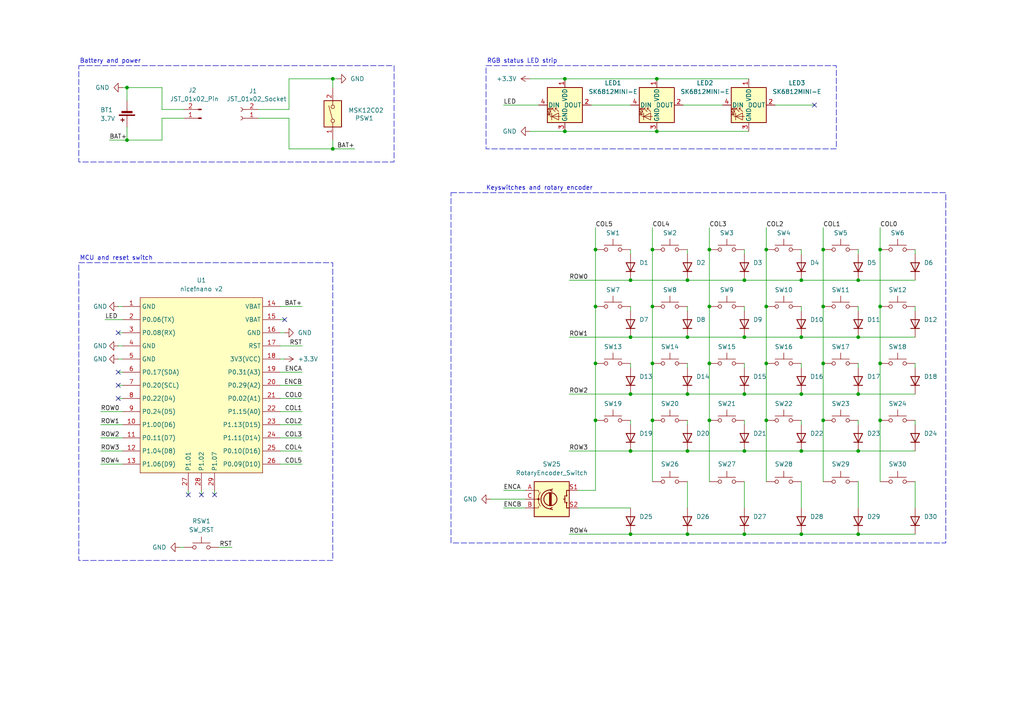
<source format=kicad_sch>
(kicad_sch (version 20250114) (generator "eeschema") (generator_version "9.0")
  (paper "A4")
  (title_block (title "NeoSofle") (date "2025-08-31") (rev "0.2"))
  (rectangle (start 22.86 19.05) (end 114.3 46.99) (stroke (width 0) (type dash) (color 0 0 194 1)))
  (rectangle (start 140.97 19.05) (end 242.57 43.18) (stroke (width 0) (type dash) (color 0 0 194 1)))
  (rectangle (start 130.81 55.88) (end 274.32 157.48) (stroke (width 0) (type dash) (color 0 0 194 1)))
  (rectangle (start 22.86 76.2) (end 96.52 162.56) (stroke (width 0) (type dash) (color 0 0 194 1)))
  (text "RGB status LED strip" (at 141.224 17.78 0) (effects (font (size 1.27 1.27)) (justify left)))
  (text "MCU and reset switch" (at 23.114 74.93 0) (effects (font (size 1.27 1.27)) (justify left)))
  (text "Keyswitches and rotary encoder" (at 140.97 54.61 0) (effects (font (size 1.27 1.27)) (justify left)))
  (text "Battery and power" (at 23.114 17.78 0) (effects (font (size 1.27 1.27)) (justify left)))
  (junction (at 36.83 25.4))
  (junction (at 238.76 72.39))
  (junction (at 255.27 72.39))
  (junction (at 182.88 81.28))
  (junction (at 189.23 121.92))
  (junction (at 182.88 97.79))
  (junction (at 172.72 121.92))
  (junction (at 163.83 38.1))
  (junction (at 199.39 97.79))
  (junction (at 205.74 105.41))
  (junction (at 238.76 105.41))
  (junction (at 172.72 88.9))
  (junction (at 189.23 72.39))
  (junction (at 232.41 81.28))
  (junction (at 215.9 81.28))
  (junction (at 222.25 121.92))
  (junction (at 182.88 154.94))
  (junction (at 96.52 43.18))
  (junction (at 172.72 105.41))
  (junction (at 205.74 121.92))
  (junction (at 199.39 154.94))
  (junction (at 255.27 88.9))
  (junction (at 232.41 130.81))
  (junction (at 199.39 81.28))
  (junction (at 255.27 121.92))
  (junction (at 215.9 130.81))
  (junction (at 182.88 130.81))
  (junction (at 189.23 88.9))
  (junction (at 172.72 72.39))
  (junction (at 96.52 22.86))
  (junction (at 248.92 97.79))
  (junction (at 189.23 105.41))
  (junction (at 215.9 97.79))
  (junction (at 248.92 154.94))
  (junction (at 215.9 154.94))
  (junction (at 248.92 130.81))
  (junction (at 222.25 105.41))
  (junction (at 232.41 154.94))
  (junction (at 255.27 105.41))
  (junction (at 215.9 114.3))
  (junction (at 232.41 97.79))
  (junction (at 190.5 38.1))
  (junction (at 205.74 72.39))
  (junction (at 199.39 114.3))
  (junction (at 190.5 22.86))
  (junction (at 163.83 22.86))
  (junction (at 238.76 88.9))
  (junction (at 199.39 130.81))
  (junction (at 232.41 114.3))
  (junction (at 36.83 40.64))
  (junction (at 182.88 114.3))
  (junction (at 222.25 88.9))
  (junction (at 222.25 72.39))
  (junction (at 248.92 81.28))
  (junction (at 238.76 121.92))
  (junction (at 205.74 88.9))
  (junction (at 248.92 114.3))
  (no_connect (at 62.23 143.51))
  (no_connect (at 54.61 143.51))
  (no_connect (at 34.29 115.57))
  (no_connect (at 236.22 30.48))
  (no_connect (at 82.55 92.71))
  (no_connect (at 58.42 143.51))
  (no_connect (at 34.29 96.52))
  (no_connect (at 34.29 107.95))
  (no_connect (at 34.29 111.76))
  (wire (pts (xy 142.24 144.78) (xy 152.4 144.78)))
  (wire (pts (xy 199.39 139.7) (xy 199.39 147.32)))
  (wire (pts (xy 146.05 147.32) (xy 152.4 147.32)))
  (wire (pts (xy 165.1 154.94) (xy 182.88 154.94)))
  (wire (pts (xy 189.23 105.41) (xy 189.23 121.92)))
  (wire (pts (xy 232.41 97.79) (xy 248.92 97.79)))
  (wire (pts (xy 222.25 88.9) (xy 222.25 105.41)))
  (wire (pts (xy 36.83 36.83) (xy 36.83 40.64)))
  (wire (pts (xy 182.88 130.81) (xy 199.39 130.81)))
  (wire (pts (xy 232.41 105.41) (xy 232.41 106.68)))
  (wire (pts (xy 58.42 142.24) (xy 58.42 143.51)))
  (wire (pts (xy 81.28 107.95) (xy 87.63 107.95)))
  (wire (pts (xy 205.74 66.04) (xy 205.74 72.39)))
  (wire (pts (xy 34.29 115.57) (xy 35.56 115.57)))
  (wire (pts (xy 215.9 130.81) (xy 232.41 130.81)))
  (wire (pts (xy 29.21 119.38) (xy 35.56 119.38)))
  (wire (pts (xy 81.28 115.57) (xy 87.63 115.57)))
  (wire (pts (xy 96.52 22.86) (xy 96.52 25.4)))
  (wire (pts (xy 62.23 142.24) (xy 62.23 143.51)))
  (wire (pts (xy 63.5 158.75) (xy 67.31 158.75)))
  (wire (pts (xy 215.9 114.3) (xy 232.41 114.3)))
  (wire (pts (xy 224.79 30.48) (xy 236.22 30.48)))
  (wire (pts (xy 248.92 105.41) (xy 248.92 106.68)))
  (wire (pts (xy 83.82 22.86) (xy 96.52 22.86)))
  (wire (pts (xy 81.28 111.76) (xy 87.63 111.76)))
  (wire (pts (xy 199.39 72.39) (xy 199.39 73.66)))
  (wire (pts (xy 232.41 81.28) (xy 248.92 81.28)))
  (wire (pts (xy 31.75 40.64) (xy 36.83 40.64)))
  (wire (pts (xy 165.1 114.3) (xy 182.88 114.3)))
  (wire (pts (xy 215.9 139.7) (xy 215.9 147.32)))
  (wire (pts (xy 190.5 38.1) (xy 217.17 38.1)))
  (wire (pts (xy 153.67 22.86) (xy 163.83 22.86)))
  (wire (pts (xy 182.88 72.39) (xy 182.88 73.66)))
  (wire (pts (xy 172.72 121.92) (xy 172.72 142.24)))
  (wire (pts (xy 248.92 72.39) (xy 248.92 73.66)))
  (wire (pts (xy 182.88 105.41) (xy 182.88 106.68)))
  (wire (pts (xy 83.82 34.29) (xy 83.82 43.18)))
  (wire (pts (xy 248.92 139.7) (xy 248.92 147.32)))
  (wire (pts (xy 198.12 30.48) (xy 209.55 30.48)))
  (wire (pts (xy 232.41 130.81) (xy 248.92 130.81)))
  (wire (pts (xy 238.76 88.9) (xy 238.76 105.41)))
  (wire (pts (xy 182.88 97.79) (xy 199.39 97.79)))
  (wire (pts (xy 167.64 147.32) (xy 182.88 147.32)))
  (wire (pts (xy 248.92 114.3) (xy 265.43 114.3)))
  (wire (pts (xy 199.39 121.92) (xy 199.39 123.19)))
  (wire (pts (xy 53.34 31.75) (xy 46.99 31.75)))
  (wire (pts (xy 255.27 66.04) (xy 255.27 72.39)))
  (wire (pts (xy 238.76 66.04) (xy 238.76 72.39)))
  (wire (pts (xy 172.72 72.39) (xy 172.72 88.9)))
  (wire (pts (xy 232.41 121.92) (xy 232.41 123.19)))
  (wire (pts (xy 36.83 25.4) (xy 36.83 29.21)))
  (wire (pts (xy 222.25 72.39) (xy 222.25 88.9)))
  (wire (pts (xy 189.23 66.04) (xy 189.23 72.39)))
  (wire (pts (xy 30.48 92.71) (xy 35.56 92.71)))
  (wire (pts (xy 153.67 38.1) (xy 163.83 38.1)))
  (wire (pts (xy 81.28 96.52) (xy 82.55 96.52)))
  (wire (pts (xy 172.72 66.04) (xy 172.72 72.39)))
  (wire (pts (xy 81.28 123.19) (xy 87.63 123.19)))
  (wire (pts (xy 81.28 130.81) (xy 87.63 130.81)))
  (wire (pts (xy 46.99 31.75) (xy 46.99 25.4)))
  (wire (pts (xy 29.21 127) (xy 35.56 127)))
  (wire (pts (xy 222.25 66.04) (xy 222.25 72.39)))
  (wire (pts (xy 146.05 30.48) (xy 156.21 30.48)))
  (wire (pts (xy 199.39 105.41) (xy 199.39 106.68)))
  (wire (pts (xy 54.61 142.24) (xy 54.61 143.51)))
  (wire (pts (xy 215.9 81.28) (xy 232.41 81.28)))
  (wire (pts (xy 97.79 22.86) (xy 96.52 22.86)))
  (wire (pts (xy 46.99 34.29) (xy 46.99 40.64)))
  (wire (pts (xy 205.74 105.41) (xy 205.74 121.92)))
  (wire (pts (xy 189.23 72.39) (xy 189.23 88.9)))
  (wire (pts (xy 265.43 139.7) (xy 265.43 147.32)))
  (wire (pts (xy 232.41 114.3) (xy 248.92 114.3)))
  (wire (pts (xy 182.88 88.9) (xy 182.88 90.17)))
  (wire (pts (xy 182.88 114.3) (xy 199.39 114.3)))
  (wire (pts (xy 81.28 88.9) (xy 87.63 88.9)))
  (wire (pts (xy 232.41 72.39) (xy 232.41 73.66)))
  (wire (pts (xy 182.88 154.94) (xy 199.39 154.94)))
  (wire (pts (xy 146.05 142.24) (xy 152.4 142.24)))
  (wire (pts (xy 29.21 130.81) (xy 35.56 130.81)))
  (wire (pts (xy 29.21 123.19) (xy 35.56 123.19)))
  (wire (pts (xy 102.87 43.18) (xy 96.52 43.18)))
  (wire (pts (xy 265.43 121.92) (xy 265.43 123.19)))
  (wire (pts (xy 74.93 34.29) (xy 83.82 34.29)))
  (wire (pts (xy 36.83 25.4) (xy 46.99 25.4)))
  (wire (pts (xy 248.92 121.92) (xy 248.92 123.19)))
  (wire (pts (xy 189.23 121.92) (xy 189.23 139.7)))
  (wire (pts (xy 96.52 43.18) (xy 96.52 40.64)))
  (wire (pts (xy 222.25 121.92) (xy 222.25 139.7)))
  (wire (pts (xy 163.83 38.1) (xy 190.5 38.1)))
  (wire (pts (xy 165.1 81.28) (xy 182.88 81.28)))
  (wire (pts (xy 172.72 88.9) (xy 172.72 105.41)))
  (wire (pts (xy 34.29 107.95) (xy 35.56 107.95)))
  (wire (pts (xy 215.9 105.41) (xy 215.9 106.68)))
  (wire (pts (xy 81.28 119.38) (xy 87.63 119.38)))
  (wire (pts (xy 52.07 158.75) (xy 53.34 158.75)))
  (wire (pts (xy 29.21 134.62) (xy 35.56 134.62)))
  (wire (pts (xy 215.9 121.92) (xy 215.9 123.19)))
  (wire (pts (xy 232.41 88.9) (xy 232.41 90.17)))
  (wire (pts (xy 34.29 96.52) (xy 35.56 96.52)))
  (wire (pts (xy 248.92 81.28) (xy 265.43 81.28)))
  (wire (pts (xy 199.39 97.79) (xy 215.9 97.79)))
  (wire (pts (xy 255.27 105.41) (xy 255.27 121.92)))
  (wire (pts (xy 165.1 97.79) (xy 182.88 97.79)))
  (wire (pts (xy 172.72 105.41) (xy 172.72 121.92)))
  (wire (pts (xy 248.92 97.79) (xy 265.43 97.79)))
  (wire (pts (xy 215.9 97.79) (xy 232.41 97.79)))
  (wire (pts (xy 34.29 104.14) (xy 35.56 104.14)))
  (wire (pts (xy 248.92 130.81) (xy 265.43 130.81)))
  (wire (pts (xy 81.28 100.33) (xy 87.63 100.33)))
  (wire (pts (xy 163.83 22.86) (xy 190.5 22.86)))
  (wire (pts (xy 190.5 22.86) (xy 217.17 22.86)))
  (wire (pts (xy 199.39 88.9) (xy 199.39 90.17)))
  (wire (pts (xy 215.9 72.39) (xy 215.9 73.66)))
  (wire (pts (xy 238.76 121.92) (xy 238.76 139.7)))
  (wire (pts (xy 199.39 81.28) (xy 215.9 81.28)))
  (wire (pts (xy 81.28 104.14) (xy 82.55 104.14)))
  (wire (pts (xy 238.76 72.39) (xy 238.76 88.9)))
  (wire (pts (xy 232.41 139.7) (xy 232.41 147.32)))
  (wire (pts (xy 215.9 154.94) (xy 232.41 154.94)))
  (wire (pts (xy 238.76 105.41) (xy 238.76 121.92)))
  (wire (pts (xy 199.39 130.81) (xy 215.9 130.81)))
  (wire (pts (xy 182.88 121.92) (xy 182.88 123.19)))
  (wire (pts (xy 232.41 154.94) (xy 248.92 154.94)))
  (wire (pts (xy 255.27 121.92) (xy 255.27 139.7)))
  (wire (pts (xy 36.83 40.64) (xy 46.99 40.64)))
  (wire (pts (xy 34.29 111.76) (xy 35.56 111.76)))
  (wire (pts (xy 172.72 142.24) (xy 167.64 142.24)))
  (wire (pts (xy 199.39 114.3) (xy 215.9 114.3)))
  (wire (pts (xy 265.43 105.41) (xy 265.43 106.68)))
  (wire (pts (xy 83.82 43.18) (xy 96.52 43.18)))
  (wire (pts (xy 255.27 72.39) (xy 255.27 88.9)))
  (wire (pts (xy 81.28 134.62) (xy 87.63 134.62)))
  (wire (pts (xy 81.28 92.71) (xy 82.55 92.71)))
  (wire (pts (xy 34.29 100.33) (xy 35.56 100.33)))
  (wire (pts (xy 222.25 105.41) (xy 222.25 121.92)))
  (wire (pts (xy 171.45 30.48) (xy 182.88 30.48)))
  (wire (pts (xy 248.92 154.94) (xy 265.43 154.94)))
  (wire (pts (xy 248.92 88.9) (xy 248.92 90.17)))
  (wire (pts (xy 34.29 88.9) (xy 35.56 88.9)))
  (wire (pts (xy 265.43 72.39) (xy 265.43 73.66)))
  (wire (pts (xy 83.82 22.86) (xy 83.82 31.75)))
  (wire (pts (xy 189.23 88.9) (xy 189.23 105.41)))
  (wire (pts (xy 53.34 34.29) (xy 46.99 34.29)))
  (wire (pts (xy 265.43 88.9) (xy 265.43 90.17)))
  (wire (pts (xy 83.82 31.75) (xy 74.93 31.75)))
  (wire (pts (xy 255.27 88.9) (xy 255.27 105.41)))
  (wire (pts (xy 215.9 88.9) (xy 215.9 90.17)))
  (wire (pts (xy 182.88 81.28) (xy 199.39 81.28)))
  (wire (pts (xy 199.39 154.94) (xy 215.9 154.94)))
  (wire (pts (xy 205.74 72.39) (xy 205.74 88.9)))
  (wire (pts (xy 81.28 127) (xy 87.63 127)))
  (wire (pts (xy 205.74 88.9) (xy 205.74 105.41)))
  (wire (pts (xy 35.56 25.4) (xy 36.83 25.4)))
  (wire (pts (xy 165.1 130.81) (xy 182.88 130.81)))
  (wire (pts (xy 205.74 121.92) (xy 205.74 139.7)))
  (label "ROW3" (at 29.21 130.81 0))
  (label "ROW1" (at 29.21 123.19 0))
  (label "COL5" (at 172.72 66.04 0))
  (label "ENCA" (at 87.63 107.95 180))
  (label "LED" (at 30.48 92.71 0))
  (label "COL3" (at 87.63 127 180))
  (label "COL4" (at 189.23 66.04 0))
  (label "LED" (at 146.05 30.48 0))
  (label "BAT+" (at 31.75 40.64 0))
  (label "ROW4" (at 29.21 134.62 0))
  (label "ENCB" (at 146.05 147.32 0))
  (label "ROW2" (at 165.1 114.3 0))
  (label "RST" (at 67.31 158.75 180))
  (label "ROW4" (at 165.1 154.94 0))
  (label "BAT+" (at 102.87 43.18 180))
  (label "ENCB" (at 87.63 111.76 180))
  (label "COL0" (at 255.27 66.04 0))
  (label "COL1" (at 238.76 66.04 0))
  (label "ROW2" (at 29.21 127 0))
  (label "COL2" (at 222.25 66.04 0))
  (label "COL0" (at 87.63 115.57 180))
  (label "COL3" (at 205.74 66.04 0))
  (label "ROW1" (at 165.1 97.79 0))
  (label "RST" (at 87.63 100.33 180))
  (label "ENCA" (at 146.05 142.24 0))
  (label "COL5" (at 87.63 134.62 180))
  (label "BAT+" (at 87.63 88.9 180))
  (label "ROW3" (at 165.1 130.81 0))
  (label "COL1" (at 87.63 119.38 180))
  (label "COL4" (at 87.63 130.81 180))
  (label "ROW0" (at 29.21 119.38 0))
  (label "COL2" (at 87.63 123.19 180))
  (label "ROW0" (at 165.1 81.28 0))
  (symbol (lib_id "Switch:SW_Push") (at 58.42 158.75 0) (unit 1)
    (property "Reference" "RSW1" (at 58.42 151.13 0))
    (property "Value" "SW_RST" (at 58.42 153.67 0))
    (property "Footprint" "Custom_Keyboard:SW_PUSH_1P1T_6x3.5mm_H4.3_APEM_MJTP1243_Reversible" (effects (hide yes)))
    (property "Datasheet" "https://www.apem.com/medias/MJTPSERIES17NOV2021.pdf?context=bWFzdGVyfGRvY3VtZW50c3w3ODc4MDIwfGFwcGxpY2F0aW9uL3BkZnxoYzEvaDg4Lzk0MDg1Mjc0NjY1MjYvTUpUUFNFUklFUzE3Tk9WMjAyMS5wZGZ8OTQ3MDc3NjA4NzQxMTg2Y2JiNTE0Y2NjYTQxZWMzNWY5NjA1NGUzZWVjMzYzNmViM2JiZGIwYTM2NDU2OWE1Ng" (effects (hide yes)))
    (property "Description" "Push button switch, generic, two pins" (effects (hide yes)))
  )
  (symbol (lib_id "Diode:1N4148W") (at 182.88 127 90) (unit 1)
    (property "Reference" "D19" (at 185.42 125.7299 90) (effects (justify right)))
    (property "Value" "1N4148W" (effects (hide yes)))
    (property "Footprint" "Custom_Keyboard:D_SOD-123F_HandSolder_Reversible" (effects (hide yes)))
    (property "Datasheet" "https://diotec.com/request/datasheet/1n4148w.pdf" (effects (hide yes)))
    (property "Description" "75V 0.15A Fast Switching Diode, SOD-123" (effects (hide yes)))
    (property "Sim.Device" "D" (effects (hide yes)))
    (property "Sim.Pins" "1=K 2=A" (effects (hide yes)))
  )
  (symbol (lib_id "Diode:1N4148W") (at 232.41 93.98 90) (unit 1)
    (property "Reference" "D10" (at 234.95 92.7099 90) (effects (justify right)))
    (property "Value" "1N4148W" (effects (hide yes)))
    (property "Footprint" "Custom_Keyboard:D_SOD-123F_HandSolder_Reversible" (effects (hide yes)))
    (property "Datasheet" "https://diotec.com/request/datasheet/1n4148w.pdf" (effects (hide yes)))
    (property "Description" "75V 0.15A Fast Switching Diode, SOD-123" (effects (hide yes)))
    (property "Sim.Device" "D" (effects (hide yes)))
    (property "Sim.Pins" "1=K 2=A" (effects (hide yes)))
  )
  (symbol (lib_id "power:GND") (at 52.07 158.75 270) (unit 1)
    (property "Reference" "#PWR08" (effects (hide yes)))
    (property "Value" "GND" (at 48.26 158.7499 90) (effects (justify right)))
    (property "Description" "Power symbol creates a global label with name \"GND\" , ground" (effects (hide yes)))
  )
  (symbol (lib_name "SK6812MINI-E_1") (lib_id "neosofle:SK6812MINI-E") (at 163.83 30.48 270) (unit 1)
    (property "Reference" "LED1" (at 177.8 24.0598 90))
    (property "Value" "SK6812MINI-E" (at 177.8 26.5998 90))
    (property "Footprint" "neosofle:SK6812MINI-E" (effects (hide yes)))
    (property "Datasheet" "https://cdn-shop.adafruit.com/product-files/4960/4960_SK6812MINI-E_REV02_EN.pdf" (effects (hide yes)))
    (property "Description" "RGB LED with integrated controller" (effects (hide yes)))
  )
  (symbol (lib_id "Switch:SW_Push") (at 260.35 139.7 0) (unit 1)
    (property "Reference" "SW30" (at 260.35 134.62 0))
    (property "Value" "CPG135001S30" (effects (hide yes)))
    (property "Footprint" "Custom_Keyboard:SW_Choc_V2_HS_CPG135001S30_1u_Reversible" (effects (hide yes)))
    (property "Datasheet" "https://www.kailhswitch.com/Content/upload/pdf/202115927/CPG135001S30-data-sheet.pdf?rnd=494" (effects (hide yes)))
    (property "Description" "Push button switch, generic, two pins" (effects (hide yes)))
  )
  (symbol (lib_id "Diode:1N4148W") (at 182.88 77.47 90) (unit 1)
    (property "Reference" "D1" (at 185.42 76.1999 90) (effects (justify right)))
    (property "Value" "1N4148W" (effects (hide yes)))
    (property "Footprint" "Custom_Keyboard:D_SOD-123F_HandSolder_Reversible" (effects (hide yes)))
    (property "Datasheet" "https://diotec.com/request/datasheet/1n4148w.pdf" (effects (hide yes)))
    (property "Description" "75V 0.15A Fast Switching Diode, SOD-123" (effects (hide yes)))
    (property "Sim.Device" "D" (effects (hide yes)))
    (property "Sim.Pins" "1=K 2=A" (effects (hide yes)))
  )
  (symbol (lib_id "Switch:SW_Push") (at 210.82 121.92 0) (unit 1)
    (property "Reference" "SW21" (at 210.82 117.094 0))
    (property "Value" "CPG135001S30" (effects (hide yes)))
    (property "Footprint" "Custom_Keyboard:SW_Choc_V2_HS_CPG135001S30_1u_Reversible" (effects (hide yes)))
    (property "Datasheet" "https://www.kailhswitch.com/Content/upload/pdf/202115927/CPG135001S30-data-sheet.pdf?rnd=494" (effects (hide yes)))
    (property "Description" "Push button switch, generic, two pins" (effects (hide yes)))
  )
  (symbol (lib_id "Switch:SW_Push") (at 194.31 88.9 0) (unit 1)
    (property "Reference" "SW8" (at 194.31 84.074 0))
    (property "Value" "CPG135001S30" (effects (hide yes)))
    (property "Footprint" "Custom_Keyboard:SW_Choc_V2_HS_CPG135001S30_1u_Reversible" (effects (hide yes)))
    (property "Datasheet" "https://www.kailhswitch.com/Content/upload/pdf/202115927/CPG135001S30-data-sheet.pdf?rnd=494" (effects (hide yes)))
    (property "Description" "Push button switch, generic, two pins" (effects (hide yes)))
  )
  (symbol (lib_id "Switch:SW_Push") (at 210.82 105.41 0) (unit 1)
    (property "Reference" "SW15" (at 210.82 100.584 0))
    (property "Value" "CPG135001S30" (effects (hide yes)))
    (property "Footprint" "Custom_Keyboard:SW_Choc_V2_HS_CPG135001S30_1u_Reversible" (effects (hide yes)))
    (property "Datasheet" "https://www.kailhswitch.com/Content/upload/pdf/202115927/CPG135001S30-data-sheet.pdf?rnd=494" (effects (hide yes)))
    (property "Description" "Push button switch, generic, two pins" (effects (hide yes)))
  )
  (symbol (lib_id "power:GND") (at 97.79 22.86 90) (unit 1)
    (property "Reference" "#PWR06" (effects (hide yes)))
    (property "Value" "GND" (at 101.6 22.8599 90) (effects (justify right)))
    (property "Description" "Power symbol creates a global label with name \"GND\" , ground" (effects (hide yes)))
  )
  (symbol (lib_id "Diode:1N4148W") (at 265.43 77.47 90) (unit 1)
    (property "Reference" "D6" (at 267.97 76.1999 90) (effects (justify right)))
    (property "Value" "1N4148W" (effects (hide yes)))
    (property "Footprint" "Custom_Keyboard:D_SOD-123F_HandSolder_Reversible" (effects (hide yes)))
    (property "Datasheet" "https://diotec.com/request/datasheet/1n4148w.pdf" (effects (hide yes)))
    (property "Description" "75V 0.15A Fast Switching Diode, SOD-123" (effects (hide yes)))
    (property "Sim.Device" "D" (effects (hide yes)))
    (property "Sim.Pins" "1=K 2=A" (effects (hide yes)))
  )
  (symbol (lib_id "power:GND") (at 34.29 104.14 270) (unit 1)
    (property "Reference" "#PWR012" (effects (hide yes)))
    (property "Value" "GND" (at 31.115 104.1399 90) (effects (justify right)))
    (property "Description" "Power symbol creates a global label with name \"GND\" , ground" (effects (hide yes)))
  )
  (symbol (lib_id "Switch:SW_Push") (at 243.84 121.92 0) (unit 1)
    (property "Reference" "SW23" (at 243.84 117.094 0))
    (property "Value" "CPG135001S30" (effects (hide yes)))
    (property "Footprint" "Custom_Keyboard:SW_Choc_V2_HS_CPG135001S30_1u_Reversible" (effects (hide yes)))
    (property "Datasheet" "https://www.kailhswitch.com/Content/upload/pdf/202115927/CPG135001S30-data-sheet.pdf?rnd=494" (effects (hide yes)))
    (property "Description" "Push button switch, generic, two pins" (effects (hide yes)))
  )
  (symbol (lib_id "Switch:SW_Push") (at 260.35 88.9 0) (unit 1)
    (property "Reference" "SW12" (at 260.35 84.074 0))
    (property "Value" "CPG135001S30" (effects (hide yes)))
    (property "Footprint" "Custom_Keyboard:SW_Choc_V2_HS_CPG135001S30_1u_Reversible" (effects (hide yes)))
    (property "Datasheet" "https://www.kailhswitch.com/Content/upload/pdf/202115927/CPG135001S30-data-sheet.pdf?rnd=494" (effects (hide yes)))
    (property "Description" "Push button switch, generic, two pins" (effects (hide yes)))
  )
  (symbol (lib_id "Diode:1N4148W") (at 265.43 151.13 90) (unit 1)
    (property "Reference" "D30" (at 267.97 149.8599 90) (effects (justify right)))
    (property "Value" "1N4148W" (effects (hide yes)))
    (property "Footprint" "Custom_Keyboard:D_SOD-123F_HandSolder_Reversible" (effects (hide yes)))
    (property "Datasheet" "https://diotec.com/request/datasheet/1n4148w.pdf" (effects (hide yes)))
    (property "Description" "75V 0.15A Fast Switching Diode, SOD-123" (effects (hide yes)))
    (property "Sim.Device" "D" (effects (hide yes)))
    (property "Sim.Pins" "1=K 2=A" (effects (hide yes)))
  )
  (symbol (lib_id "Diode:1N4148W") (at 248.92 151.13 90) (unit 1)
    (property "Reference" "D29" (at 251.46 149.8599 90) (effects (justify right)))
    (property "Value" "1N4148W" (effects (hide yes)))
    (property "Footprint" "Custom_Keyboard:D_SOD-123F_HandSolder_Reversible" (effects (hide yes)))
    (property "Datasheet" "https://diotec.com/request/datasheet/1n4148w.pdf" (effects (hide yes)))
    (property "Description" "75V 0.15A Fast Switching Diode, SOD-123" (effects (hide yes)))
    (property "Sim.Device" "D" (effects (hide yes)))
    (property "Sim.Pins" "1=K 2=A" (effects (hide yes)))
  )
  (symbol (lib_id "Switch:SW_Push") (at 177.8 72.39 0) (unit 1)
    (property "Reference" "SW1" (at 177.8 67.564 0))
    (property "Value" "CPG135001S30" (effects (hide yes)))
    (property "Footprint" "Custom_Keyboard:SW_Choc_V2_HS_CPG135001S30_1u_Reversible" (effects (hide yes)))
    (property "Datasheet" "https://www.kailhswitch.com/Content/upload/pdf/202115927/CPG135001S30-data-sheet.pdf?rnd=494" (effects (hide yes)))
    (property "Description" "Push button switch, generic, two pins" (effects (hide yes)))
  )
  (symbol (lib_id "power:GND") (at 82.55 96.52 90) (unit 1)
    (property "Reference" "#PWR02" (effects (hide yes)))
    (property "Value" "GND" (at 86.36 96.5199 90) (effects (justify right)))
    (property "Description" "Power symbol creates a global label with name \"GND\" , ground" (effects (hide yes)))
  )
  (symbol (lib_id "Diode:1N4148W") (at 182.88 110.49 90) (unit 1)
    (property "Reference" "D13" (at 185.42 109.2199 90) (effects (justify right)))
    (property "Value" "1N4148W" (effects (hide yes)))
    (property "Footprint" "Custom_Keyboard:D_SOD-123F_HandSolder_Reversible" (effects (hide yes)))
    (property "Datasheet" "https://diotec.com/request/datasheet/1n4148w.pdf" (effects (hide yes)))
    (property "Description" "75V 0.15A Fast Switching Diode, SOD-123" (effects (hide yes)))
    (property "Sim.Device" "D" (effects (hide yes)))
    (property "Sim.Pins" "1=K 2=A" (effects (hide yes)))
  )
  (symbol (lib_id "Switch:SW_Push") (at 177.8 88.9 0) (unit 1)
    (property "Reference" "SW7" (at 177.8 84.074 0))
    (property "Value" "CPG135001S30" (effects (hide yes)))
    (property "Footprint" "Custom_Keyboard:SW_Choc_V2_HS_CPG135001S30_1u_Reversible" (effects (hide yes)))
    (property "Datasheet" "https://www.kailhswitch.com/Content/upload/pdf/202115927/CPG135001S30-data-sheet.pdf?rnd=494" (effects (hide yes)))
    (property "Description" "Push button switch, generic, two pins" (effects (hide yes)))
  )
  (symbol (lib_id "Switch:SW_Push") (at 260.35 105.41 0) (unit 1)
    (property "Reference" "SW18" (at 260.35 100.584 0))
    (property "Value" "CPG135001S30" (effects (hide yes)))
    (property "Footprint" "Custom_Keyboard:SW_Choc_V2_HS_CPG135001S30_1u_Reversible" (effects (hide yes)))
    (property "Datasheet" "https://www.kailhswitch.com/Content/upload/pdf/202115927/CPG135001S30-data-sheet.pdf?rnd=494" (effects (hide yes)))
    (property "Description" "Push button switch, generic, two pins" (effects (hide yes)))
  )
  (symbol (lib_id "Diode:1N4148W") (at 248.92 127 90) (unit 1)
    (property "Reference" "D23" (at 251.46 125.7299 90) (effects (justify right)))
    (property "Value" "1N4148W" (effects (hide yes)))
    (property "Footprint" "Custom_Keyboard:D_SOD-123F_HandSolder_Reversible" (effects (hide yes)))
    (property "Datasheet" "https://diotec.com/request/datasheet/1n4148w.pdf" (effects (hide yes)))
    (property "Description" "75V 0.15A Fast Switching Diode, SOD-123" (effects (hide yes)))
    (property "Sim.Device" "D" (effects (hide yes)))
    (property "Sim.Pins" "1=K 2=A" (effects (hide yes)))
  )
  (symbol (lib_id "Switch:SW_Push") (at 194.31 105.41 0) (unit 1)
    (property "Reference" "SW14" (at 194.31 100.584 0))
    (property "Value" "CPG135001S30" (effects (hide yes)))
    (property "Footprint" "Custom_Keyboard:SW_Choc_V2_HS_CPG135001S30_1u_Reversible" (effects (hide yes)))
    (property "Datasheet" "https://www.kailhswitch.com/Content/upload/pdf/202115927/CPG135001S30-data-sheet.pdf?rnd=494" (effects (hide yes)))
    (property "Description" "Push button switch, generic, two pins" (effects (hide yes)))
  )
  (symbol (lib_id "Switch:SW_Push") (at 210.82 72.39 0) (unit 1)
    (property "Reference" "SW3" (at 210.82 67.564 0))
    (property "Value" "CPG135001S30" (effects (hide yes)))
    (property "Footprint" "Custom_Keyboard:SW_Choc_V2_HS_CPG135001S30_1u_Reversible" (effects (hide yes)))
    (property "Datasheet" "https://www.kailhswitch.com/Content/upload/pdf/202115927/CPG135001S30-data-sheet.pdf?rnd=494" (effects (hide yes)))
    (property "Description" "Push button switch, generic, two pins" (effects (hide yes)))
  )
  (symbol (lib_id "Switch:SW_Push") (at 227.33 88.9 0) (unit 1)
    (property "Reference" "SW10" (at 227.33 84.074 0))
    (property "Value" "CPG135001S30" (effects (hide yes)))
    (property "Footprint" "Custom_Keyboard:SW_Choc_V2_HS_CPG135001S30_1u_Reversible" (effects (hide yes)))
    (property "Datasheet" "https://www.kailhswitch.com/Content/upload/pdf/202115927/CPG135001S30-data-sheet.pdf?rnd=494" (effects (hide yes)))
    (property "Description" "Push button switch, generic, two pins" (effects (hide yes)))
  )
  (symbol (lib_id "Diode:1N4148W") (at 248.92 93.98 90) (unit 1)
    (property "Reference" "D11" (at 251.46 92.7099 90) (effects (justify right)))
    (property "Value" "1N4148W" (effects (hide yes)))
    (property "Footprint" "Custom_Keyboard:D_SOD-123F_HandSolder_Reversible" (effects (hide yes)))
    (property "Datasheet" "https://diotec.com/request/datasheet/1n4148w.pdf" (effects (hide yes)))
    (property "Description" "75V 0.15A Fast Switching Diode, SOD-123" (effects (hide yes)))
    (property "Sim.Device" "D" (effects (hide yes)))
    (property "Sim.Pins" "1=K 2=A" (effects (hide yes)))
  )
  (symbol (lib_id "Device:RotaryEncoder_Switch") (at 160.02 144.78 0) (unit 1)
    (property "Reference" "SW25" (at 160.02 134.62 0))
    (property "Value" "RotaryEncoder_Switch" (at 160.02 137.16 0))
    (property "Footprint" "Custom_Keyboard:RotaryEncoder_Alps_EC11E-Switch_Vertical_H20mm_Reversible" (effects (hide yes)))
    (property "Description" "Rotary encoder, dual channel, incremental quadrate outputs, with switch" (effects (hide yes)))
  )
  (symbol (lib_id "Switch:SW_Push") (at 243.84 105.41 0) (unit 1)
    (property "Reference" "SW17" (at 243.84 100.584 0))
    (property "Value" "CPG135001S30" (effects (hide yes)))
    (property "Footprint" "Custom_Keyboard:SW_Choc_V2_HS_CPG135001S30_1u_Reversible" (effects (hide yes)))
    (property "Datasheet" "https://www.kailhswitch.com/Content/upload/pdf/202115927/CPG135001S30-data-sheet.pdf?rnd=494" (effects (hide yes)))
    (property "Description" "Push button switch, generic, two pins" (effects (hide yes)))
  )
  (symbol (lib_id "Diode:1N4148W") (at 248.92 77.47 90) (unit 1)
    (property "Reference" "D5" (at 251.46 76.1999 90) (effects (justify right)))
    (property "Value" "1N4148W" (effects (hide yes)))
    (property "Footprint" "Custom_Keyboard:D_SOD-123F_HandSolder_Reversible" (effects (hide yes)))
    (property "Datasheet" "https://diotec.com/request/datasheet/1n4148w.pdf" (effects (hide yes)))
    (property "Description" "75V 0.15A Fast Switching Diode, SOD-123" (effects (hide yes)))
    (property "Sim.Device" "D" (effects (hide yes)))
    (property "Sim.Pins" "1=K 2=A" (effects (hide yes)))
  )
  (symbol (lib_id "Diode:1N4148W") (at 199.39 127 90) (unit 1)
    (property "Reference" "D20" (at 201.93 125.7299 90) (effects (justify right)))
    (property "Value" "1N4148W" (effects (hide yes)))
    (property "Footprint" "Custom_Keyboard:D_SOD-123F_HandSolder_Reversible" (effects (hide yes)))
    (property "Datasheet" "https://diotec.com/request/datasheet/1n4148w.pdf" (effects (hide yes)))
    (property "Description" "75V 0.15A Fast Switching Diode, SOD-123" (effects (hide yes)))
    (property "Sim.Device" "D" (effects (hide yes)))
    (property "Sim.Pins" "1=K 2=A" (effects (hide yes)))
  )
  (symbol (lib_id "Switch:SW_Push") (at 260.35 121.92 0) (unit 1)
    (property "Reference" "SW24" (at 260.35 117.094 0))
    (property "Value" "CPG135001S30" (effects (hide yes)))
    (property "Footprint" "Custom_Keyboard:SW_Choc_V2_HS_CPG135001S30_1u_Reversible" (effects (hide yes)))
    (property "Datasheet" "https://www.kailhswitch.com/Content/upload/pdf/202115927/CPG135001S30-data-sheet.pdf?rnd=494" (effects (hide yes)))
    (property "Description" "Push button switch, generic, two pins" (effects (hide yes)))
  )
  (symbol (lib_id "Diode:1N4148W") (at 232.41 77.47 90) (unit 1)
    (property "Reference" "D4" (at 234.95 76.1999 90) (effects (justify right)))
    (property "Value" "1N4148W" (effects (hide yes)))
    (property "Footprint" "Custom_Keyboard:D_SOD-123F_HandSolder_Reversible" (effects (hide yes)))
    (property "Datasheet" "https://diotec.com/request/datasheet/1n4148w.pdf" (effects (hide yes)))
    (property "Description" "75V 0.15A Fast Switching Diode, SOD-123" (effects (hide yes)))
    (property "Sim.Device" "D" (effects (hide yes)))
    (property "Sim.Pins" "1=K 2=A" (effects (hide yes)))
  )
  (symbol (lib_id "power:GND") (at 34.29 100.33 270) (unit 1)
    (property "Reference" "#PWR011" (effects (hide yes)))
    (property "Value" "GND" (at 31.115 100.3299 90) (effects (justify right)))
    (property "Description" "Power symbol creates a global label with name \"GND\" , ground" (effects (hide yes)))
  )
  (symbol (lib_id "Switch:SW_Push") (at 177.8 121.92 0) (unit 1)
    (property "Reference" "SW19" (at 177.8 117.094 0))
    (property "Value" "CPG135001S30" (effects (hide yes)))
    (property "Footprint" "Custom_Keyboard:SW_Choc_V2_HS_CPG135001S30_1u_Reversible" (effects (hide yes)))
    (property "Datasheet" "https://www.kailhswitch.com/Content/upload/pdf/202115927/CPG135001S30-data-sheet.pdf?rnd=494" (effects (hide yes)))
    (property "Description" "Push button switch, generic, two pins" (effects (hide yes)))
  )
  (symbol (lib_id "Diode:1N4148W") (at 215.9 110.49 90) (unit 1)
    (property "Reference" "D15" (at 218.44 109.2199 90) (effects (justify right)))
    (property "Value" "1N4148W" (effects (hide yes)))
    (property "Footprint" "Custom_Keyboard:D_SOD-123F_HandSolder_Reversible" (effects (hide yes)))
    (property "Datasheet" "https://diotec.com/request/datasheet/1n4148w.pdf" (effects (hide yes)))
    (property "Description" "75V 0.15A Fast Switching Diode, SOD-123" (effects (hide yes)))
    (property "Sim.Device" "D" (effects (hide yes)))
    (property "Sim.Pins" "1=K 2=A" (effects (hide yes)))
  )
  (symbol (lib_id "Diode:1N4148W") (at 232.41 127 90) (unit 1)
    (property "Reference" "D22" (at 234.95 125.7299 90) (effects (justify right)))
    (property "Value" "1N4148W" (effects (hide yes)))
    (property "Footprint" "Custom_Keyboard:D_SOD-123F_HandSolder_Reversible" (effects (hide yes)))
    (property "Datasheet" "https://diotec.com/request/datasheet/1n4148w.pdf" (effects (hide yes)))
    (property "Description" "75V 0.15A Fast Switching Diode, SOD-123" (effects (hide yes)))
    (property "Sim.Device" "D" (effects (hide yes)))
    (property "Sim.Pins" "1=K 2=A" (effects (hide yes)))
  )
  (symbol (lib_id "Switch:SW_Push") (at 227.33 105.41 0) (unit 1)
    (property "Reference" "SW16" (at 227.33 100.584 0))
    (property "Value" "CPG135001S30" (effects (hide yes)))
    (property "Footprint" "Custom_Keyboard:SW_Choc_V2_HS_CPG135001S30_1u_Reversible" (effects (hide yes)))
    (property "Datasheet" "https://www.kailhswitch.com/Content/upload/pdf/202115927/CPG135001S30-data-sheet.pdf?rnd=494" (effects (hide yes)))
    (property "Description" "Push button switch, generic, two pins" (effects (hide yes)))
  )
  (symbol (lib_id "Diode:1N4148W") (at 232.41 110.49 90) (unit 1)
    (property "Reference" "D16" (at 234.95 109.2199 90) (effects (justify right)))
    (property "Value" "1N4148W" (effects (hide yes)))
    (property "Footprint" "Custom_Keyboard:D_SOD-123F_HandSolder_Reversible" (effects (hide yes)))
    (property "Datasheet" "https://diotec.com/request/datasheet/1n4148w.pdf" (effects (hide yes)))
    (property "Description" "75V 0.15A Fast Switching Diode, SOD-123" (effects (hide yes)))
    (property "Sim.Device" "D" (effects (hide yes)))
    (property "Sim.Pins" "1=K 2=A" (effects (hide yes)))
  )
  (symbol (lib_id "Switch:SW_Push") (at 227.33 139.7 0) (unit 1)
    (property "Reference" "SW28" (at 227.33 134.62 0))
    (property "Value" "CPG135001S30" (effects (hide yes)))
    (property "Footprint" "Custom_Keyboard:SW_Choc_V2_HS_CPG135001S30_1u_Reversible" (effects (hide yes)))
    (property "Datasheet" "https://www.kailhswitch.com/Content/upload/pdf/202115927/CPG135001S30-data-sheet.pdf?rnd=494" (effects (hide yes)))
    (property "Description" "Push button switch, generic, two pins" (effects (hide yes)))
  )
  (symbol (lib_id "Diode:1N4148W") (at 248.92 110.49 90) (unit 1)
    (property "Reference" "D17" (at 251.46 109.2199 90) (effects (justify right)))
    (property "Value" "1N4148W" (effects (hide yes)))
    (property "Footprint" "Custom_Keyboard:D_SOD-123F_HandSolder_Reversible" (effects (hide yes)))
    (property "Datasheet" "https://diotec.com/request/datasheet/1n4148w.pdf" (effects (hide yes)))
    (property "Description" "75V 0.15A Fast Switching Diode, SOD-123" (effects (hide yes)))
    (property "Sim.Device" "D" (effects (hide yes)))
    (property "Sim.Pins" "1=K 2=A" (effects (hide yes)))
  )
  (symbol (lib_id "Diode:1N4148W") (at 199.39 93.98 90) (unit 1)
    (property "Reference" "D8" (at 201.93 92.7099 90) (effects (justify right)))
    (property "Value" "1N4148W" (effects (hide yes)))
    (property "Footprint" "Custom_Keyboard:D_SOD-123F_HandSolder_Reversible" (effects (hide yes)))
    (property "Datasheet" "https://diotec.com/request/datasheet/1n4148w.pdf" (effects (hide yes)))
    (property "Description" "75V 0.15A Fast Switching Diode, SOD-123" (effects (hide yes)))
    (property "Sim.Device" "D" (effects (hide yes)))
    (property "Sim.Pins" "1=K 2=A" (effects (hide yes)))
  )
  (symbol (lib_id "Switch:SW_DIP_x01") (at 96.52 33.02 90) (unit 1)
    (property "Reference" "PSW1" (at 105.664 34.29 90))
    (property "Value" "MSK12C02" (at 106.172 32.004 90))
    (property "Footprint" "Custom_Keyboard:SW_Slide_SPDT_MSK12C02_HandSolder_Reversible" (effects (hide yes)))
    (property "Datasheet" "https://ecom.cz/data/exportdokumentu?soubor=D70766.pdf&nazev=ECOM_70766_VP-IS-1290A-W.pdf" (effects (hide yes)))
    (property "Description" "1x DIP Switch, Single Pole Single Throw (SPST) switch, small symbol" (effects (hide yes)))
  )
  (symbol (lib_id "Diode:1N4148W") (at 199.39 77.47 90) (unit 1)
    (property "Reference" "D2" (at 201.93 76.1999 90) (effects (justify right)))
    (property "Value" "1N4148W" (effects (hide yes)))
    (property "Footprint" "Custom_Keyboard:D_SOD-123F_HandSolder_Reversible" (effects (hide yes)))
    (property "Datasheet" "https://diotec.com/request/datasheet/1n4148w.pdf" (effects (hide yes)))
    (property "Description" "75V 0.15A Fast Switching Diode, SOD-123" (effects (hide yes)))
    (property "Sim.Device" "D" (effects (hide yes)))
    (property "Sim.Pins" "1=K 2=A" (effects (hide yes)))
  )
  (symbol (lib_id "Diode:1N4148W") (at 215.9 93.98 90) (unit 1)
    (property "Reference" "D9" (at 218.44 92.7099 90) (effects (justify right)))
    (property "Value" "1N4148W" (effects (hide yes)))
    (property "Footprint" "Custom_Keyboard:D_SOD-123F_HandSolder_Reversible" (effects (hide yes)))
    (property "Datasheet" "https://diotec.com/request/datasheet/1n4148w.pdf" (effects (hide yes)))
    (property "Description" "75V 0.15A Fast Switching Diode, SOD-123" (effects (hide yes)))
    (property "Sim.Device" "D" (effects (hide yes)))
    (property "Sim.Pins" "1=K 2=A" (effects (hide yes)))
  )
  (symbol (lib_id "power:GND") (at 153.67 38.1 270) (unit 1)
    (property "Reference" "#PWR07" (effects (hide yes)))
    (property "Value" "GND" (at 149.86 38.0999 90) (effects (justify right)))
    (property "Description" "Power symbol creates a global label with name \"GND\" , ground" (effects (hide yes)))
  )
  (symbol (lib_id "Diode:1N4148W") (at 182.88 151.13 90) (unit 1)
    (property "Reference" "D25" (at 185.42 149.8599 90) (effects (justify right)))
    (property "Value" "1N4148W" (effects (hide yes)))
    (property "Footprint" "Custom_Keyboard:D_SOD-123F_HandSolder_Reversible" (effects (hide yes)))
    (property "Datasheet" "https://diotec.com/request/datasheet/1n4148w.pdf" (effects (hide yes)))
    (property "Description" "75V 0.15A Fast Switching Diode, SOD-123" (effects (hide yes)))
    (property "Sim.Device" "D" (effects (hide yes)))
    (property "Sim.Pins" "1=K 2=A" (effects (hide yes)))
  )
  (symbol (lib_id "Switch:SW_Push") (at 210.82 139.7 0) (unit 1)
    (property "Reference" "SW27" (at 210.82 134.62 0))
    (property "Value" "CPG135001S30" (effects (hide yes)))
    (property "Footprint" "Custom_Keyboard:SW_Choc_V2_HS_CPG135001S30_1u_Reversible" (effects (hide yes)))
    (property "Datasheet" "https://www.kailhswitch.com/Content/upload/pdf/202115927/CPG135001S30-data-sheet.pdf?rnd=494" (effects (hide yes)))
    (property "Description" "Push button switch, generic, two pins" (effects (hide yes)))
  )
  (symbol (lib_id "power:GND") (at 35.56 25.4 270) (unit 1)
    (property "Reference" "#PWR05" (effects (hide yes)))
    (property "Value" "GND" (at 31.75 25.3999 90) (effects (justify right)))
    (property "Description" "Power symbol creates a global label with name \"GND\" , ground" (effects (hide yes)))
  )
  (symbol (lib_id "Device:Battery_Cell") (at 36.83 31.75 180) (unit 1) (on_board no)
    (property "Reference" "BT1" (at 29.083 31.877 0) (effects (justify right)))
    (property "Value" "3.7V" (at 29.083 34.417 0) (effects (justify right)))
    (property "Description" "Single-cell battery" (effects (hide yes)))
  )
  (symbol (lib_id "Switch:SW_Push") (at 243.84 88.9 0) (unit 1)
    (property "Reference" "SW11" (at 243.84 84.074 0))
    (property "Value" "CPG135001S30" (effects (hide yes)))
    (property "Footprint" "Custom_Keyboard:SW_Choc_V2_HS_CPG135001S30_1u_Reversible" (effects (hide yes)))
    (property "Datasheet" "https://www.kailhswitch.com/Content/upload/pdf/202115927/CPG135001S30-data-sheet.pdf?rnd=494" (effects (hide yes)))
    (property "Description" "Push button switch, generic, two pins" (effects (hide yes)))
  )
  (symbol (lib_id "Diode:1N4148W") (at 199.39 110.49 90) (unit 1)
    (property "Reference" "D14" (at 201.93 109.2199 90) (effects (justify right)))
    (property "Value" "1N4148W" (effects (hide yes)))
    (property "Footprint" "Custom_Keyboard:D_SOD-123F_HandSolder_Reversible" (effects (hide yes)))
    (property "Datasheet" "https://diotec.com/request/datasheet/1n4148w.pdf" (effects (hide yes)))
    (property "Description" "75V 0.15A Fast Switching Diode, SOD-123" (effects (hide yes)))
    (property "Sim.Device" "D" (effects (hide yes)))
    (property "Sim.Pins" "1=K 2=A" (effects (hide yes)))
  )
  (symbol (lib_id "Diode:1N4148W") (at 265.43 127 90) (unit 1)
    (property "Reference" "D24" (at 267.97 125.7299 90) (effects (justify right)))
    (property "Value" "1N4148W" (effects (hide yes)))
    (property "Footprint" "Custom_Keyboard:D_SOD-123F_HandSolder_Reversible" (effects (hide yes)))
    (property "Datasheet" "https://diotec.com/request/datasheet/1n4148w.pdf" (effects (hide yes)))
    (property "Description" "75V 0.15A Fast Switching Diode, SOD-123" (effects (hide yes)))
    (property "Sim.Device" "D" (effects (hide yes)))
    (property "Sim.Pins" "1=K 2=A" (effects (hide yes)))
  )
  (symbol (lib_id "Connector:Conn_01x02_Pin") (at 58.42 34.29 180) (unit 1) (on_board no)
    (property "Reference" "J2" (at 54.61 26.162 0) (effects (justify right)))
    (property "Value" "JST_01x02_Pin" (at 49.276 28.702 0) (effects (justify right)))
    (property "Datasheet" "http://www.jst-mfg.com/product/pdf/eng/eACH.pdf" (effects (hide yes)))
    (property "Description" "Generic connector, single row, 01x02, script generated" (effects (hide yes)))
  )
  (symbol (lib_id "neosofle:nice_nano") (at 58.42 113.03 0) (unit 1) (in_bom no)
    (property "Reference" "U1" (at 58.42 81.28 0))
    (property "Value" "nice!nano v2" (at 58.42 83.82 0))
    (property "Footprint" "neosofle:nice_nano_Reversible" (effects (hide yes)))
    (property "Datasheet" "https://nicekeyboards.com/docs/nice-nano/pinout-schematic" (effects (hide yes)))
    (property "Description" "Symbol for nicekeyboards nice!nano v2, with additional Pro Micro labelling in parantheses." (effects (hide yes)))
  )
  (symbol (lib_id "power:GND") (at 34.29 88.9 270) (unit 1)
    (property "Reference" "#PWR01" (effects (hide yes)))
    (property "Value" "GND" (at 31.115 88.8999 90) (effects (justify right)))
    (property "Description" "Power symbol creates a global label with name \"GND\" , ground" (effects (hide yes)))
  )
  (symbol (lib_id "power:+3.3V") (at 153.67 22.86 90) (unit 1)
    (property "Reference" "#PWR015" (effects (hide yes)))
    (property "Value" "+3.3V" (at 149.86 22.8599 90) (effects (justify left)))
    (property "Description" "Power symbol creates a global label with name \"+3.3V\"" (effects (hide yes)))
  )
  (symbol (lib_id "Diode:1N4148W") (at 215.9 151.13 90) (unit 1)
    (property "Reference" "D27" (at 218.44 149.8599 90) (effects (justify right)))
    (property "Value" "1N4148W" (effects (hide yes)))
    (property "Footprint" "Custom_Keyboard:D_SOD-123F_HandSolder_Reversible" (effects (hide yes)))
    (property "Datasheet" "https://diotec.com/request/datasheet/1n4148w.pdf" (effects (hide yes)))
    (property "Description" "75V 0.15A Fast Switching Diode, SOD-123" (effects (hide yes)))
    (property "Sim.Device" "D" (effects (hide yes)))
    (property "Sim.Pins" "1=K 2=A" (effects (hide yes)))
  )
  (symbol (lib_id "Switch:SW_Push") (at 194.31 139.7 0) (unit 1)
    (property "Reference" "SW26" (at 194.31 134.62 0))
    (property "Value" "CPG135001S30" (effects (hide yes)))
    (property "Footprint" "Custom_Keyboard:SW_Choc_V2_HS_CPG135001S30_1u_Reversible" (effects (hide yes)))
    (property "Datasheet" "https://www.kailhswitch.com/Content/upload/pdf/202115927/CPG135001S30-data-sheet.pdf?rnd=494" (effects (hide yes)))
    (property "Description" "Push button switch, generic, two pins" (effects (hide yes)))
  )
  (symbol (lib_id "Diode:1N4148W") (at 215.9 127 90) (unit 1)
    (property "Reference" "D21" (at 218.44 125.7299 90) (effects (justify right)))
    (property "Value" "1N4148W" (effects (hide yes)))
    (property "Footprint" "Custom_Keyboard:D_SOD-123F_HandSolder_Reversible" (effects (hide yes)))
    (property "Datasheet" "https://diotec.com/request/datasheet/1n4148w.pdf" (effects (hide yes)))
    (property "Description" "75V 0.15A Fast Switching Diode, SOD-123" (effects (hide yes)))
    (property "Sim.Device" "D" (effects (hide yes)))
    (property "Sim.Pins" "1=K 2=A" (effects (hide yes)))
  )
  (symbol (lib_id "power:+3.3V") (at 82.55 104.14 270) (unit 1)
    (property "Reference" "#PWR03" (effects (hide yes)))
    (property "Value" "+3.3V" (at 86.36 104.1399 90) (effects (justify left)))
    (property "Description" "Power symbol creates a global label with name \"+3.3V\"" (effects (hide yes)))
  )
  (symbol (lib_id "Switch:SW_Push") (at 227.33 72.39 0) (unit 1)
    (property "Reference" "SW4" (at 227.33 67.564 0))
    (property "Value" "CPG135001S30" (effects (hide yes)))
    (property "Footprint" "Custom_Keyboard:SW_Choc_V2_HS_CPG135001S30_1u_Reversible" (effects (hide yes)))
    (property "Datasheet" "https://www.kailhswitch.com/Content/upload/pdf/202115927/CPG135001S30-data-sheet.pdf?rnd=494" (effects (hide yes)))
    (property "Description" "Push button switch, generic, two pins" (effects (hide yes)))
  )
  (symbol (lib_id "Switch:SW_Push") (at 227.33 121.92 0) (unit 1)
    (property "Reference" "SW22" (at 227.33 117.094 0))
    (property "Value" "CPG135001S30" (effects (hide yes)))
    (property "Footprint" "Custom_Keyboard:SW_Choc_V2_HS_CPG135001S30_1u_Reversible" (effects (hide yes)))
    (property "Datasheet" "https://www.kailhswitch.com/Content/upload/pdf/202115927/CPG135001S30-data-sheet.pdf?rnd=494" (effects (hide yes)))
    (property "Description" "Push button switch, generic, two pins" (effects (hide yes)))
  )
  (symbol (lib_id "Switch:SW_Push") (at 243.84 139.7 0) (unit 1)
    (property "Reference" "SW29" (at 243.84 134.62 0))
    (property "Value" "CPG135001S30" (effects (hide yes)))
    (property "Footprint" "Custom_Keyboard:SW_Choc_V2_HS_CPG135001S30_1u_Reversible" (effects (hide yes)))
    (property "Datasheet" "https://www.kailhswitch.com/Content/upload/pdf/202115927/CPG135001S30-data-sheet.pdf?rnd=494" (effects (hide yes)))
    (property "Description" "Push button switch, generic, two pins" (effects (hide yes)))
  )
  (symbol (lib_id "Diode:1N4148W") (at 232.41 151.13 90) (unit 1)
    (property "Reference" "D28" (at 234.95 149.8599 90) (effects (justify right)))
    (property "Value" "1N4148W" (effects (hide yes)))
    (property "Footprint" "Custom_Keyboard:D_SOD-123F_HandSolder_Reversible" (effects (hide yes)))
    (property "Datasheet" "https://diotec.com/request/datasheet/1n4148w.pdf" (effects (hide yes)))
    (property "Description" "75V 0.15A Fast Switching Diode, SOD-123" (effects (hide yes)))
    (property "Sim.Device" "D" (effects (hide yes)))
    (property "Sim.Pins" "1=K 2=A" (effects (hide yes)))
  )
  (symbol (lib_id "Switch:SW_Push") (at 177.8 105.41 0) (unit 1)
    (property "Reference" "SW13" (at 177.8 100.584 0))
    (property "Value" "CPG135001S30" (effects (hide yes)))
    (property "Footprint" "Custom_Keyboard:SW_Choc_V2_HS_CPG135001S30_1u_Reversible" (effects (hide yes)))
    (property "Datasheet" "https://www.kailhswitch.com/Content/upload/pdf/202115927/CPG135001S30-data-sheet.pdf?rnd=494" (effects (hide yes)))
    (property "Description" "Push button switch, generic, two pins" (effects (hide yes)))
  )
  (symbol (lib_id "Switch:SW_Push") (at 210.82 88.9 0) (unit 1)
    (property "Reference" "SW9" (at 210.82 84.074 0))
    (property "Value" "CPG135001S30" (effects (hide yes)))
    (property "Footprint" "Custom_Keyboard:SW_Choc_V2_HS_CPG135001S30_1u_Reversible" (effects (hide yes)))
    (property "Datasheet" "https://www.kailhswitch.com/Content/upload/pdf/202115927/CPG135001S30-data-sheet.pdf?rnd=494" (effects (hide yes)))
    (property "Description" "Push button switch, generic, two pins" (effects (hide yes)))
  )
  (symbol (lib_id "Switch:SW_Push") (at 194.31 121.92 0) (unit 1)
    (property "Reference" "SW20" (at 194.31 117.094 0))
    (property "Value" "CPG135001S30" (effects (hide yes)))
    (property "Footprint" "Custom_Keyboard:SW_Choc_V2_HS_CPG135001S30_1u_Reversible" (effects (hide yes)))
    (property "Datasheet" "https://www.kailhswitch.com/Content/upload/pdf/202115927/CPG135001S30-data-sheet.pdf?rnd=494" (effects (hide yes)))
    (property "Description" "Push button switch, generic, two pins" (effects (hide yes)))
  )
  (symbol (lib_id "power:GND") (at 142.24 144.78 270) (unit 1)
    (property "Reference" "#PWR04" (effects (hide yes)))
    (property "Value" "GND" (at 138.43 144.7799 90) (effects (justify right)))
    (property "Description" "Power symbol creates a global label with name \"GND\" , ground" (effects (hide yes)))
  )
  (symbol (lib_id "Switch:SW_Push") (at 260.35 72.39 0) (unit 1)
    (property "Reference" "SW6" (at 260.35 67.564 0))
    (property "Value" "CPG135001S30" (effects (hide yes)))
    (property "Footprint" "Custom_Keyboard:SW_Choc_V2_HS_CPG135001S30_1u_Reversible" (effects (hide yes)))
    (property "Datasheet" "https://www.kailhswitch.com/Content/upload/pdf/202115927/CPG135001S30-data-sheet.pdf?rnd=494" (effects (hide yes)))
    (property "Description" "Push button switch, generic, two pins" (effects (hide yes)))
  )
  (symbol (lib_id "neosofle:SK6812MINI-E") (at 190.5 30.48 270) (unit 1)
    (property "Reference" "LED2" (at 204.47 24.0598 90))
    (property "Value" "SK6812MINI-E" (at 204.47 26.5998 90))
    (property "Footprint" "neosofle:SK6812MINI-E" (effects (hide yes)))
    (property "Datasheet" "https://cdn-shop.adafruit.com/product-files/4960/4960_SK6812MINI-E_REV02_EN.pdf" (effects (hide yes)))
    (property "Description" "RGB LED with integrated controller" (effects (hide yes)))
  )
  (symbol (lib_id "neosofle:SK6812MINI-E") (at 217.17 30.48 270) (unit 1)
    (property "Reference" "LED3" (at 231.14 24.0598 90))
    (property "Value" "SK6812MINI-E" (at 231.14 26.5998 90))
    (property "Footprint" "neosofle:SK6812MINI-E" (effects (hide yes)))
    (property "Datasheet" "https://cdn-shop.adafruit.com/product-files/4960/4960_SK6812MINI-E_REV02_EN.pdf" (effects (hide yes)))
    (property "Description" "RGB LED with integrated controller" (effects (hide yes)))
  )
  (symbol (lib_id "Diode:1N4148W") (at 182.88 93.98 90) (unit 1)
    (property "Reference" "D7" (at 185.42 92.7099 90) (effects (justify right)))
    (property "Value" "1N4148W" (effects (hide yes)))
    (property "Footprint" "Custom_Keyboard:D_SOD-123F_HandSolder_Reversible" (effects (hide yes)))
    (property "Datasheet" "https://diotec.com/request/datasheet/1n4148w.pdf" (effects (hide yes)))
    (property "Description" "75V 0.15A Fast Switching Diode, SOD-123" (effects (hide yes)))
    (property "Sim.Device" "D" (effects (hide yes)))
    (property "Sim.Pins" "1=K 2=A" (effects (hide yes)))
  )
  (symbol (lib_id "Diode:1N4148W") (at 199.39 151.13 90) (unit 1)
    (property "Reference" "D26" (at 201.93 149.8599 90) (effects (justify right)))
    (property "Value" "1N4148W" (effects (hide yes)))
    (property "Footprint" "Custom_Keyboard:D_SOD-123F_HandSolder_Reversible" (effects (hide yes)))
    (property "Datasheet" "https://diotec.com/request/datasheet/1n4148w.pdf" (effects (hide yes)))
    (property "Description" "75V 0.15A Fast Switching Diode, SOD-123" (effects (hide yes)))
    (property "Sim.Device" "D" (effects (hide yes)))
    (property "Sim.Pins" "1=K 2=A" (effects (hide yes)))
  )
  (symbol (lib_id "Diode:1N4148W") (at 215.9 77.47 90) (unit 1)
    (property "Reference" "D3" (at 218.44 76.1999 90) (effects (justify right)))
    (property "Value" "1N4148W" (effects (hide yes)))
    (property "Footprint" "Custom_Keyboard:D_SOD-123F_HandSolder_Reversible" (effects (hide yes)))
    (property "Datasheet" "https://diotec.com/request/datasheet/1n4148w.pdf" (effects (hide yes)))
    (property "Description" "75V 0.15A Fast Switching Diode, SOD-123" (effects (hide yes)))
    (property "Sim.Device" "D" (effects (hide yes)))
    (property "Sim.Pins" "1=K 2=A" (effects (hide yes)))
  )
  (symbol (lib_id "Diode:1N4148W") (at 265.43 110.49 90) (unit 1)
    (property "Reference" "D18" (at 267.97 109.2199 90) (effects (justify right)))
    (property "Value" "1N4148W" (effects (hide yes)))
    (property "Footprint" "Custom_Keyboard:D_SOD-123F_HandSolder_Reversible" (effects (hide yes)))
    (property "Datasheet" "https://diotec.com/request/datasheet/1n4148w.pdf" (effects (hide yes)))
    (property "Description" "75V 0.15A Fast Switching Diode, SOD-123" (effects (hide yes)))
    (property "Sim.Device" "D" (effects (hide yes)))
    (property "Sim.Pins" "1=K 2=A" (effects (hide yes)))
  )
  (symbol (lib_id "Diode:1N4148W") (at 265.43 93.98 90) (unit 1)
    (property "Reference" "D12" (at 267.97 92.7099 90) (effects (justify right)))
    (property "Value" "1N4148W" (effects (hide yes)))
    (property "Footprint" "Custom_Keyboard:D_SOD-123F_HandSolder_Reversible" (effects (hide yes)))
    (property "Datasheet" "https://diotec.com/request/datasheet/1n4148w.pdf" (effects (hide yes)))
    (property "Description" "75V 0.15A Fast Switching Diode, SOD-123" (effects (hide yes)))
    (property "Sim.Device" "D" (effects (hide yes)))
    (property "Sim.Pins" "1=K 2=A" (effects (hide yes)))
  )
  (symbol (lib_id "Switch:SW_Push") (at 243.84 72.39 0) (unit 1)
    (property "Reference" "SW5" (at 243.84 67.564 0))
    (property "Value" "CPG135001S30" (effects (hide yes)))
    (property "Footprint" "Custom_Keyboard:SW_Choc_V2_HS_CPG135001S30_1u_Reversible" (effects (hide yes)))
    (property "Datasheet" "https://www.kailhswitch.com/Content/upload/pdf/202115927/CPG135001S30-data-sheet.pdf?rnd=494" (effects (hide yes)))
    (property "Description" "Push button switch, generic, two pins" (effects (hide yes)))
  )
  (symbol (lib_id "Switch:SW_Push") (at 194.31 72.39 0) (unit 1)
    (property "Reference" "SW2" (at 194.31 67.564 0))
    (property "Value" "CPG135001S30" (effects (hide yes)))
    (property "Footprint" "Custom_Keyboard:SW_Choc_V2_HS_CPG135001S30_1u_Reversible" (effects (hide yes)))
    (property "Datasheet" "https://www.kailhswitch.com/Content/upload/pdf/202115927/CPG135001S30-data-sheet.pdf?rnd=494" (effects (hide yes)))
    (property "Description" "Push button switch, generic, two pins" (effects (hide yes)))
  )
  (symbol (lib_id "Connector:Conn_01x02_Socket") (at 69.85 34.29 180) (unit 1)
    (property "Reference" "J1" (at 73.406 26.416 0))
    (property "Value" "JST_01x02_Socket" (at 74.422 28.702 0))
    (property "Footprint" "Custom_Keyboard:JST_ACH_BM02B-ACHSS-GAN-ETF_1x02-1MP_P1.20mm_Vertical_Reversible" (effects (hide yes)))
    (property "Description" "Generic connector, single row, 01x02, script generated" (effects (hide yes)))
  )
)
</source>
